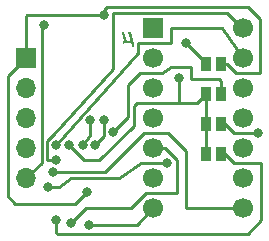
<source format=gbl>
G04 #@! TF.FileFunction,Copper,L2,Bot,Signal*
%FSLAX46Y46*%
G04 Gerber Fmt 4.6, Leading zero omitted, Abs format (unit mm)*
G04 Created by KiCad (PCBNEW 4.0.7) date 08/19/18 18:09:51*
%MOMM*%
%LPD*%
G01*
G04 APERTURE LIST*
%ADD10C,0.100000*%
%ADD11C,0.010000*%
%ADD12R,1.700000X1.700000*%
%ADD13O,1.700000X1.700000*%
%ADD14R,0.970000X1.270000*%
%ADD15C,1.700000*%
%ADD16C,0.800000*%
%ADD17C,0.250000*%
G04 APERTURE END LIST*
D10*
D11*
G36*
X158066170Y-99710875D02*
X158106677Y-99862235D01*
X158133751Y-99978013D01*
X158147708Y-100062666D01*
X158148861Y-100120651D01*
X158137525Y-100156426D01*
X158114015Y-100174448D01*
X158099125Y-100178014D01*
X158058476Y-100196916D01*
X158048953Y-100227710D01*
X158068708Y-100255743D01*
X158110291Y-100266500D01*
X158176966Y-100253212D01*
X158231624Y-100219464D01*
X158261160Y-100174430D01*
X158263167Y-100159466D01*
X158269116Y-100126402D01*
X158289812Y-100124818D01*
X158329529Y-100155723D01*
X158355491Y-100181259D01*
X158430610Y-100235325D01*
X158514910Y-100260943D01*
X158597510Y-100257839D01*
X158667527Y-100225740D01*
X158700668Y-100189917D01*
X158727348Y-100156037D01*
X158743757Y-100147368D01*
X158753484Y-100171240D01*
X158769409Y-100223885D01*
X158784550Y-100280320D01*
X158813288Y-100392762D01*
X158834035Y-100470612D01*
X158849595Y-100520211D01*
X158862774Y-100547899D01*
X158876380Y-100560018D01*
X158893216Y-100562908D01*
X158909566Y-100562833D01*
X158949275Y-100557297D01*
X158962391Y-100546958D01*
X158957311Y-100523153D01*
X158942604Y-100463814D01*
X158919655Y-100374284D01*
X158889847Y-100259906D01*
X158854565Y-100126022D01*
X158815193Y-99977976D01*
X158808933Y-99954551D01*
X158654750Y-99378018D01*
X158596542Y-99377759D01*
X158554365Y-99382553D01*
X158538558Y-99393375D01*
X158544071Y-99418680D01*
X158558980Y-99476504D01*
X158581108Y-99558642D01*
X158608278Y-99656893D01*
X158612641Y-99672470D01*
X158651162Y-99817858D01*
X158674828Y-99929101D01*
X158684055Y-100011538D01*
X158679255Y-100070509D01*
X158660844Y-100111351D01*
X158647792Y-100125636D01*
X158585519Y-100156138D01*
X158506229Y-100160196D01*
X158425043Y-100138920D01*
X158369864Y-100105229D01*
X158321120Y-100057621D01*
X158281643Y-100001181D01*
X158247147Y-99927133D01*
X158213348Y-99826702D01*
X158185694Y-99728101D01*
X158160306Y-99632872D01*
X158136510Y-99543622D01*
X158118200Y-99474959D01*
X158113376Y-99456875D01*
X158094592Y-99404111D01*
X158068596Y-99381622D01*
X158032953Y-99377500D01*
X157973704Y-99377500D01*
X158066170Y-99710875D01*
X158066170Y-99710875D01*
G37*
X158066170Y-99710875D02*
X158106677Y-99862235D01*
X158133751Y-99978013D01*
X158147708Y-100062666D01*
X158148861Y-100120651D01*
X158137525Y-100156426D01*
X158114015Y-100174448D01*
X158099125Y-100178014D01*
X158058476Y-100196916D01*
X158048953Y-100227710D01*
X158068708Y-100255743D01*
X158110291Y-100266500D01*
X158176966Y-100253212D01*
X158231624Y-100219464D01*
X158261160Y-100174430D01*
X158263167Y-100159466D01*
X158269116Y-100126402D01*
X158289812Y-100124818D01*
X158329529Y-100155723D01*
X158355491Y-100181259D01*
X158430610Y-100235325D01*
X158514910Y-100260943D01*
X158597510Y-100257839D01*
X158667527Y-100225740D01*
X158700668Y-100189917D01*
X158727348Y-100156037D01*
X158743757Y-100147368D01*
X158753484Y-100171240D01*
X158769409Y-100223885D01*
X158784550Y-100280320D01*
X158813288Y-100392762D01*
X158834035Y-100470612D01*
X158849595Y-100520211D01*
X158862774Y-100547899D01*
X158876380Y-100560018D01*
X158893216Y-100562908D01*
X158909566Y-100562833D01*
X158949275Y-100557297D01*
X158962391Y-100546958D01*
X158957311Y-100523153D01*
X158942604Y-100463814D01*
X158919655Y-100374284D01*
X158889847Y-100259906D01*
X158854565Y-100126022D01*
X158815193Y-99977976D01*
X158808933Y-99954551D01*
X158654750Y-99378018D01*
X158596542Y-99377759D01*
X158554365Y-99382553D01*
X158538558Y-99393375D01*
X158544071Y-99418680D01*
X158558980Y-99476504D01*
X158581108Y-99558642D01*
X158608278Y-99656893D01*
X158612641Y-99672470D01*
X158651162Y-99817858D01*
X158674828Y-99929101D01*
X158684055Y-100011538D01*
X158679255Y-100070509D01*
X158660844Y-100111351D01*
X158647792Y-100125636D01*
X158585519Y-100156138D01*
X158506229Y-100160196D01*
X158425043Y-100138920D01*
X158369864Y-100105229D01*
X158321120Y-100057621D01*
X158281643Y-100001181D01*
X158247147Y-99927133D01*
X158213348Y-99826702D01*
X158185694Y-99728101D01*
X158160306Y-99632872D01*
X158136510Y-99543622D01*
X158118200Y-99474959D01*
X158113376Y-99456875D01*
X158094592Y-99404111D01*
X158068596Y-99381622D01*
X158032953Y-99377500D01*
X157973704Y-99377500D01*
X158066170Y-99710875D01*
D12*
X149860000Y-101600000D03*
D13*
X149860000Y-104140000D03*
X149860000Y-106680000D03*
X149860000Y-109220000D03*
X149860000Y-111760000D03*
D14*
X165095000Y-109728000D03*
X166375000Y-109728000D03*
X165095000Y-104648000D03*
X166375000Y-104648000D03*
X165095000Y-107188000D03*
X166375000Y-107188000D03*
X165095000Y-102108000D03*
X166375000Y-102108000D03*
D15*
X168275000Y-114300000D03*
X168275000Y-111760000D03*
X168275000Y-109220000D03*
X168275000Y-106680000D03*
X168275000Y-104140000D03*
X168275000Y-101600000D03*
X168275000Y-99060000D03*
X160655000Y-111760000D03*
X160655000Y-114300000D03*
X160655000Y-109220000D03*
X160655000Y-106680000D03*
X160655000Y-104140000D03*
X160655000Y-101600000D03*
D12*
X160655000Y-99060000D03*
D16*
X155052000Y-112918000D03*
X156464000Y-97917000D03*
X152400000Y-115316000D03*
X151384000Y-98806000D03*
X154686000Y-108966000D03*
X155321000Y-106807000D03*
X152146000Y-111252000D03*
X152400000Y-108966000D03*
X152400000Y-110236000D03*
X155194000Y-115697000D03*
X153670000Y-115570000D03*
X161798000Y-110490000D03*
X151765000Y-112522000D03*
X156464000Y-106807000D03*
X155702000Y-108966000D03*
X169545000Y-107950000D03*
X157226000Y-107823000D03*
X153543000Y-108966000D03*
X163449000Y-100330000D03*
X162814000Y-103251000D03*
D17*
X149860000Y-101600000D02*
X148336000Y-103124000D01*
X148336000Y-113284000D02*
X148336000Y-103124000D01*
X148971000Y-113919000D02*
X148336000Y-113284000D01*
X154051000Y-113919000D02*
X148971000Y-113919000D01*
X154051000Y-113919000D02*
X155052000Y-112918000D01*
X156464000Y-97917000D02*
X156464000Y-97536000D01*
X166878000Y-102108000D02*
X166375000Y-102108000D01*
X167640000Y-102870000D02*
X166878000Y-102108000D01*
X169672000Y-102870000D02*
X167640000Y-102870000D01*
X169164000Y-97790000D02*
X169672000Y-98298000D01*
X169672000Y-98298000D02*
X169672000Y-102870000D01*
X156718000Y-97282000D02*
X168656000Y-97282000D01*
X168656000Y-97282000D02*
X169164000Y-97790000D01*
X156464000Y-97536000D02*
X156718000Y-97282000D01*
X149860000Y-101600000D02*
X149860000Y-98044000D01*
X149987000Y-97917000D02*
X156464000Y-97917000D01*
X149860000Y-98044000D02*
X149987000Y-97917000D01*
X167513000Y-110490000D02*
X166751000Y-109728000D01*
X169799000Y-110490000D02*
X167513000Y-110490000D01*
X169799000Y-115316000D02*
X169799000Y-110490000D01*
X168656000Y-116459000D02*
X169799000Y-115316000D01*
X152527000Y-116459000D02*
X168656000Y-116459000D01*
X152400000Y-116332000D02*
X152527000Y-116459000D01*
X152400000Y-115316000D02*
X152400000Y-116332000D01*
X166751000Y-109728000D02*
X166375000Y-109728000D01*
X151187998Y-110432002D02*
X149860000Y-111760000D01*
X151187998Y-99002002D02*
X151187998Y-110432002D01*
X151384000Y-98806000D02*
X151187998Y-99002002D01*
X154686000Y-108966000D02*
X155321000Y-108077000D01*
X155321000Y-108077000D02*
X155321000Y-106807000D01*
X156591000Y-111252000D02*
X159893000Y-107950000D01*
X152146000Y-111252000D02*
X156591000Y-111252000D01*
X159893000Y-107950000D02*
X161925000Y-107950000D01*
X161925000Y-107950000D02*
X163449000Y-109474000D01*
X163449000Y-109474000D02*
X163449000Y-114300000D01*
X163449000Y-114300000D02*
X168275000Y-114300000D01*
X152400000Y-108966000D02*
X159385000Y-101179443D01*
X159385000Y-101179443D02*
X159385000Y-100330000D01*
X159385000Y-100330000D02*
X160147000Y-100330000D01*
X160147000Y-100330000D02*
X161798000Y-100330000D01*
X161798000Y-100330000D02*
X162179000Y-100330000D01*
X162179000Y-100330000D02*
X162179000Y-99060000D01*
X162179000Y-99060000D02*
X166497000Y-99060000D01*
X166497000Y-99060000D02*
X168275000Y-101600000D01*
X151638000Y-108585000D02*
X152146000Y-108077000D01*
X152146000Y-108077000D02*
X157226000Y-102535182D01*
X157226000Y-102535182D02*
X157226000Y-100457000D01*
X157226000Y-100457000D02*
X157226000Y-97790000D01*
X157226000Y-97790000D02*
X166878000Y-97790000D01*
X168148000Y-99060000D02*
X166878000Y-97790000D01*
X152400000Y-110236000D02*
X151638000Y-110236000D01*
X151638000Y-110236000D02*
X151638000Y-108585000D01*
X168148000Y-99060000D02*
X168275000Y-99060000D01*
X159258000Y-115697000D02*
X160655000Y-114300000D01*
X155194000Y-115697000D02*
X159258000Y-115697000D01*
X159385000Y-113665000D02*
X160020000Y-113030000D01*
X153670000Y-115570000D02*
X154940000Y-114300000D01*
X154940000Y-114300000D02*
X158750000Y-114300000D01*
X158750000Y-114300000D02*
X159385000Y-113665000D01*
X161671000Y-109220000D02*
X160655000Y-109220000D01*
X162687000Y-110236000D02*
X161671000Y-109220000D01*
X162687000Y-113030000D02*
X162687000Y-110236000D01*
X160020000Y-113030000D02*
X162687000Y-113030000D01*
X159578668Y-110496827D02*
X161798000Y-110490000D01*
X151765000Y-112522000D02*
X152654000Y-112521593D01*
X152654000Y-112521593D02*
X153670000Y-111760000D01*
X153670000Y-111760000D02*
X157099000Y-111760000D01*
X157099000Y-111760000D02*
X157099000Y-111760000D01*
X157099000Y-111760000D02*
X157734000Y-111760000D01*
X157734000Y-111760000D02*
X159578668Y-110496827D01*
X156464000Y-108204000D02*
X156464000Y-106807000D01*
X155702000Y-108966000D02*
X156464000Y-108204000D01*
X167513000Y-107950000D02*
X166751000Y-107188000D01*
X169545000Y-107950000D02*
X167513000Y-107950000D01*
X166751000Y-107188000D02*
X166375000Y-107188000D01*
X166375000Y-103510000D02*
X166375000Y-104648000D01*
X166243000Y-103378000D02*
X166375000Y-103510000D01*
X163830000Y-103378000D02*
X166243000Y-103378000D01*
X163830000Y-102362000D02*
X163830000Y-103378000D01*
X159512000Y-102870000D02*
X161417000Y-102870000D01*
X161417000Y-102870000D02*
X162179000Y-102362000D01*
X162179000Y-102362000D02*
X163830000Y-102362000D01*
X158496000Y-103886000D02*
X159512000Y-102870000D01*
X158496000Y-106553000D02*
X158496000Y-103886000D01*
X157226000Y-107823000D02*
X158496000Y-106553000D01*
X153543000Y-108966000D02*
X154813000Y-110236000D01*
X154813000Y-110236000D02*
X156083000Y-110236000D01*
X156083000Y-110236000D02*
X159004000Y-107315000D01*
X159004000Y-107315000D02*
X159004000Y-105664000D01*
X162814000Y-105410000D02*
X162814000Y-103251000D01*
X163449000Y-100330000D02*
X165095000Y-101976000D01*
X165095000Y-101976000D02*
X165095000Y-102108000D01*
X165095000Y-107188000D02*
X165095000Y-104648000D01*
X165095000Y-109728000D02*
X165095000Y-107188000D01*
X159004000Y-105664000D02*
X159258000Y-105410000D01*
X159258000Y-105410000D02*
X162814000Y-105410000D01*
X162814000Y-105410000D02*
X164333000Y-105410000D01*
X164333000Y-105410000D02*
X165095000Y-104648000D01*
M02*

</source>
